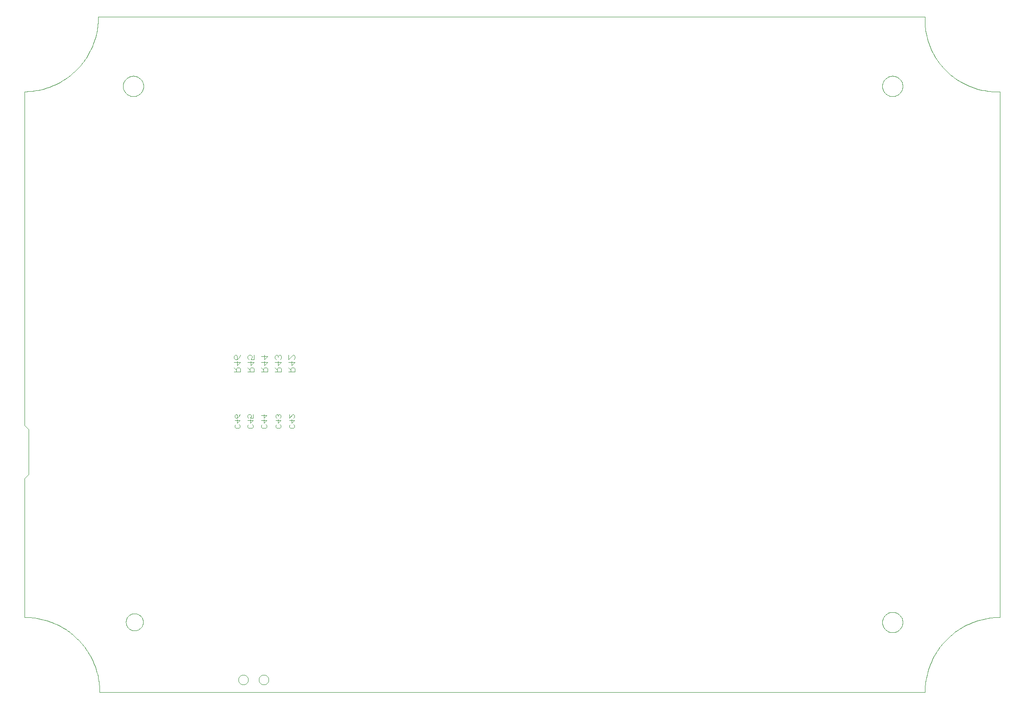
<source format=gbo>
G75*
%MOIN*%
%OFA0B0*%
%FSLAX24Y24*%
%IPPOS*%
%LPD*%
%AMOC8*
5,1,8,0,0,1.08239X$1,22.5*
%
%ADD10C,0.0000*%
%ADD11C,0.0040*%
%ADD12C,0.0030*%
D10*
X007949Y012893D02*
X007947Y013039D01*
X007941Y013186D01*
X007931Y013332D01*
X007918Y013478D01*
X007900Y013623D01*
X007879Y013768D01*
X007854Y013912D01*
X007825Y014056D01*
X007792Y014198D01*
X007755Y014340D01*
X007715Y014481D01*
X007671Y014620D01*
X007623Y014759D01*
X007571Y014896D01*
X007516Y015032D01*
X007457Y015166D01*
X007395Y015298D01*
X007329Y015429D01*
X007260Y015558D01*
X007188Y015685D01*
X007112Y015810D01*
X007032Y015933D01*
X006950Y016054D01*
X006864Y016173D01*
X006775Y016289D01*
X006683Y016403D01*
X006588Y016515D01*
X006490Y016624D01*
X006390Y016730D01*
X006286Y016834D01*
X006180Y016934D01*
X006071Y017032D01*
X005959Y017127D01*
X005845Y017219D01*
X005729Y017308D01*
X005610Y017394D01*
X005489Y017476D01*
X005366Y017556D01*
X005241Y017632D01*
X005114Y017704D01*
X004985Y017773D01*
X004854Y017839D01*
X004722Y017901D01*
X004588Y017960D01*
X004452Y018015D01*
X004315Y018067D01*
X004176Y018115D01*
X004037Y018159D01*
X003896Y018199D01*
X003754Y018236D01*
X003612Y018269D01*
X003468Y018298D01*
X003324Y018323D01*
X003179Y018344D01*
X003034Y018362D01*
X002888Y018375D01*
X002742Y018385D01*
X002595Y018391D01*
X002449Y018393D01*
X002449Y028593D01*
X002749Y028893D01*
X002749Y032193D01*
X002449Y032493D01*
X002428Y056993D01*
X002428Y056994D02*
X002573Y056997D01*
X002718Y057004D01*
X002863Y057015D01*
X003008Y057029D01*
X003152Y057048D01*
X003296Y057070D01*
X003439Y057096D01*
X003581Y057126D01*
X003722Y057160D01*
X003863Y057197D01*
X004002Y057238D01*
X004141Y057283D01*
X004278Y057331D01*
X004413Y057384D01*
X004548Y057439D01*
X004680Y057498D01*
X004811Y057561D01*
X004941Y057628D01*
X005068Y057697D01*
X005194Y057770D01*
X005318Y057847D01*
X005439Y057926D01*
X005559Y058009D01*
X005676Y058095D01*
X005791Y058184D01*
X005903Y058276D01*
X006013Y058371D01*
X006121Y058469D01*
X006225Y058570D01*
X006327Y058674D01*
X006427Y058780D01*
X006523Y058889D01*
X006617Y059000D01*
X006707Y059114D01*
X006794Y059230D01*
X006879Y059348D01*
X006960Y059469D01*
X007038Y059592D01*
X007112Y059716D01*
X007183Y059843D01*
X007251Y059972D01*
X007316Y060102D01*
X007376Y060234D01*
X007434Y060368D01*
X007487Y060503D01*
X007538Y060639D01*
X007584Y060777D01*
X007627Y060916D01*
X007666Y061056D01*
X007701Y061197D01*
X007733Y061339D01*
X007761Y061481D01*
X007785Y061625D01*
X007805Y061769D01*
X007821Y061913D01*
X007834Y062058D01*
X007842Y062203D01*
X007847Y062348D01*
X007848Y062494D01*
X007849Y062493D02*
X068499Y062493D01*
X068499Y062494D02*
X068495Y062350D01*
X068494Y062207D01*
X068498Y062064D01*
X068506Y061921D01*
X068517Y061778D01*
X068533Y061635D01*
X068552Y061493D01*
X068575Y061352D01*
X068602Y061211D01*
X068633Y061071D01*
X068667Y060932D01*
X068705Y060794D01*
X068747Y060657D01*
X068793Y060521D01*
X068842Y060387D01*
X068895Y060254D01*
X068952Y060122D01*
X069012Y059992D01*
X069076Y059864D01*
X069143Y059737D01*
X069213Y059612D01*
X069287Y059489D01*
X069364Y059369D01*
X069445Y059250D01*
X069528Y059134D01*
X069615Y059020D01*
X069705Y058908D01*
X069797Y058799D01*
X069893Y058692D01*
X069992Y058588D01*
X070093Y058487D01*
X070197Y058388D01*
X070304Y058292D01*
X070413Y058200D01*
X070525Y058110D01*
X070639Y058023D01*
X070755Y057940D01*
X070874Y057859D01*
X070994Y057782D01*
X071117Y057708D01*
X071242Y057638D01*
X071369Y057571D01*
X071497Y057507D01*
X071627Y057447D01*
X071759Y057390D01*
X071892Y057337D01*
X072026Y057288D01*
X072162Y057242D01*
X072299Y057200D01*
X072437Y057162D01*
X072576Y057128D01*
X072716Y057097D01*
X072857Y057070D01*
X072998Y057047D01*
X073140Y057028D01*
X073283Y057012D01*
X073426Y057001D01*
X073569Y056993D01*
X073712Y056989D01*
X073855Y056990D01*
X073999Y056994D01*
X073999Y056993D02*
X073999Y018393D01*
X073853Y018391D01*
X073706Y018385D01*
X073560Y018375D01*
X073414Y018362D01*
X073269Y018344D01*
X073124Y018323D01*
X072980Y018298D01*
X072836Y018269D01*
X072694Y018236D01*
X072552Y018199D01*
X072411Y018159D01*
X072272Y018115D01*
X072133Y018067D01*
X071996Y018015D01*
X071860Y017960D01*
X071726Y017901D01*
X071594Y017839D01*
X071463Y017773D01*
X071334Y017704D01*
X071207Y017632D01*
X071082Y017556D01*
X070959Y017476D01*
X070838Y017394D01*
X070719Y017308D01*
X070603Y017219D01*
X070489Y017127D01*
X070377Y017032D01*
X070268Y016934D01*
X070162Y016834D01*
X070058Y016730D01*
X069958Y016624D01*
X069860Y016515D01*
X069765Y016403D01*
X069673Y016289D01*
X069584Y016173D01*
X069498Y016054D01*
X069416Y015933D01*
X069336Y015810D01*
X069260Y015685D01*
X069188Y015558D01*
X069119Y015429D01*
X069053Y015298D01*
X068991Y015166D01*
X068932Y015032D01*
X068877Y014896D01*
X068825Y014759D01*
X068777Y014620D01*
X068733Y014481D01*
X068693Y014340D01*
X068656Y014198D01*
X068623Y014056D01*
X068594Y013912D01*
X068569Y013768D01*
X068548Y013623D01*
X068530Y013478D01*
X068517Y013332D01*
X068507Y013186D01*
X068501Y013039D01*
X068499Y012893D01*
X007949Y012893D01*
X009881Y018037D02*
X009883Y018087D01*
X009889Y018137D01*
X009899Y018186D01*
X009913Y018234D01*
X009930Y018281D01*
X009951Y018326D01*
X009976Y018370D01*
X010004Y018411D01*
X010036Y018450D01*
X010070Y018487D01*
X010107Y018521D01*
X010147Y018551D01*
X010189Y018578D01*
X010233Y018602D01*
X010279Y018623D01*
X010326Y018639D01*
X010374Y018652D01*
X010424Y018661D01*
X010473Y018666D01*
X010524Y018667D01*
X010574Y018664D01*
X010623Y018657D01*
X010672Y018646D01*
X010720Y018631D01*
X010766Y018613D01*
X010811Y018591D01*
X010854Y018565D01*
X010895Y018536D01*
X010934Y018504D01*
X010970Y018469D01*
X011002Y018431D01*
X011032Y018391D01*
X011059Y018348D01*
X011082Y018304D01*
X011101Y018258D01*
X011117Y018210D01*
X011129Y018161D01*
X011137Y018112D01*
X011141Y018062D01*
X011141Y018012D01*
X011137Y017962D01*
X011129Y017913D01*
X011117Y017864D01*
X011101Y017816D01*
X011082Y017770D01*
X011059Y017726D01*
X011032Y017683D01*
X011002Y017643D01*
X010970Y017605D01*
X010934Y017570D01*
X010895Y017538D01*
X010854Y017509D01*
X010811Y017483D01*
X010766Y017461D01*
X010720Y017443D01*
X010672Y017428D01*
X010623Y017417D01*
X010574Y017410D01*
X010524Y017407D01*
X010473Y017408D01*
X010424Y017413D01*
X010374Y017422D01*
X010326Y017435D01*
X010279Y017451D01*
X010233Y017472D01*
X010189Y017496D01*
X010147Y017523D01*
X010107Y017553D01*
X010070Y017587D01*
X010036Y017624D01*
X010004Y017663D01*
X009976Y017704D01*
X009951Y017748D01*
X009930Y017793D01*
X009913Y017840D01*
X009899Y017888D01*
X009889Y017937D01*
X009883Y017987D01*
X009881Y018037D01*
X018137Y013802D02*
X018139Y013839D01*
X018145Y013876D01*
X018154Y013911D01*
X018168Y013946D01*
X018184Y013979D01*
X018205Y014010D01*
X018228Y014039D01*
X018254Y014065D01*
X018283Y014088D01*
X018314Y014109D01*
X018347Y014125D01*
X018382Y014139D01*
X018417Y014148D01*
X018454Y014154D01*
X018491Y014156D01*
X018528Y014154D01*
X018565Y014148D01*
X018600Y014139D01*
X018635Y014125D01*
X018668Y014109D01*
X018699Y014088D01*
X018728Y014065D01*
X018754Y014039D01*
X018777Y014010D01*
X018798Y013979D01*
X018814Y013946D01*
X018828Y013911D01*
X018837Y013876D01*
X018843Y013839D01*
X018845Y013802D01*
X018843Y013765D01*
X018837Y013728D01*
X018828Y013693D01*
X018814Y013658D01*
X018798Y013625D01*
X018777Y013594D01*
X018754Y013565D01*
X018728Y013539D01*
X018699Y013516D01*
X018668Y013495D01*
X018635Y013479D01*
X018600Y013465D01*
X018565Y013456D01*
X018528Y013450D01*
X018491Y013448D01*
X018454Y013450D01*
X018417Y013456D01*
X018382Y013465D01*
X018347Y013479D01*
X018314Y013495D01*
X018283Y013516D01*
X018254Y013539D01*
X018228Y013565D01*
X018205Y013594D01*
X018184Y013625D01*
X018168Y013658D01*
X018154Y013693D01*
X018145Y013728D01*
X018139Y013765D01*
X018137Y013802D01*
X019633Y013802D02*
X019635Y013839D01*
X019641Y013876D01*
X019650Y013911D01*
X019664Y013946D01*
X019680Y013979D01*
X019701Y014010D01*
X019724Y014039D01*
X019750Y014065D01*
X019779Y014088D01*
X019810Y014109D01*
X019843Y014125D01*
X019878Y014139D01*
X019913Y014148D01*
X019950Y014154D01*
X019987Y014156D01*
X020024Y014154D01*
X020061Y014148D01*
X020096Y014139D01*
X020131Y014125D01*
X020164Y014109D01*
X020195Y014088D01*
X020224Y014065D01*
X020250Y014039D01*
X020273Y014010D01*
X020294Y013979D01*
X020310Y013946D01*
X020324Y013911D01*
X020333Y013876D01*
X020339Y013839D01*
X020341Y013802D01*
X020339Y013765D01*
X020333Y013728D01*
X020324Y013693D01*
X020310Y013658D01*
X020294Y013625D01*
X020273Y013594D01*
X020250Y013565D01*
X020224Y013539D01*
X020195Y013516D01*
X020164Y013495D01*
X020131Y013479D01*
X020096Y013465D01*
X020061Y013456D01*
X020024Y013450D01*
X019987Y013448D01*
X019950Y013450D01*
X019913Y013456D01*
X019878Y013465D01*
X019843Y013479D01*
X019810Y013495D01*
X019779Y013516D01*
X019750Y013539D01*
X019724Y013565D01*
X019701Y013594D01*
X019680Y013625D01*
X019664Y013658D01*
X019650Y013693D01*
X019641Y013728D01*
X019635Y013765D01*
X019633Y013802D01*
X065377Y018021D02*
X065379Y018076D01*
X065385Y018130D01*
X065395Y018184D01*
X065409Y018236D01*
X065426Y018288D01*
X065448Y018338D01*
X065473Y018387D01*
X065501Y018434D01*
X065533Y018478D01*
X065568Y018520D01*
X065606Y018559D01*
X065647Y018596D01*
X065690Y018629D01*
X065735Y018659D01*
X065783Y018686D01*
X065832Y018709D01*
X065883Y018729D01*
X065936Y018745D01*
X065989Y018757D01*
X066043Y018765D01*
X066098Y018769D01*
X066152Y018769D01*
X066207Y018765D01*
X066261Y018757D01*
X066314Y018745D01*
X066367Y018729D01*
X066418Y018709D01*
X066467Y018686D01*
X066515Y018659D01*
X066560Y018629D01*
X066603Y018596D01*
X066644Y018559D01*
X066682Y018520D01*
X066717Y018478D01*
X066749Y018434D01*
X066777Y018387D01*
X066802Y018338D01*
X066824Y018288D01*
X066841Y018236D01*
X066855Y018184D01*
X066865Y018130D01*
X066871Y018076D01*
X066873Y018021D01*
X066871Y017966D01*
X066865Y017912D01*
X066855Y017858D01*
X066841Y017806D01*
X066824Y017754D01*
X066802Y017704D01*
X066777Y017655D01*
X066749Y017608D01*
X066717Y017564D01*
X066682Y017522D01*
X066644Y017483D01*
X066603Y017446D01*
X066560Y017413D01*
X066515Y017383D01*
X066467Y017356D01*
X066418Y017333D01*
X066367Y017313D01*
X066314Y017297D01*
X066261Y017285D01*
X066207Y017277D01*
X066152Y017273D01*
X066098Y017273D01*
X066043Y017277D01*
X065989Y017285D01*
X065936Y017297D01*
X065883Y017313D01*
X065832Y017333D01*
X065783Y017356D01*
X065735Y017383D01*
X065690Y017413D01*
X065647Y017446D01*
X065606Y017483D01*
X065568Y017522D01*
X065533Y017564D01*
X065501Y017608D01*
X065473Y017655D01*
X065448Y017704D01*
X065426Y017754D01*
X065409Y017806D01*
X065395Y017858D01*
X065385Y017912D01*
X065379Y017966D01*
X065377Y018021D01*
X065377Y057391D02*
X065379Y057446D01*
X065385Y057500D01*
X065395Y057554D01*
X065409Y057606D01*
X065426Y057658D01*
X065448Y057708D01*
X065473Y057757D01*
X065501Y057804D01*
X065533Y057848D01*
X065568Y057890D01*
X065606Y057929D01*
X065647Y057966D01*
X065690Y057999D01*
X065735Y058029D01*
X065783Y058056D01*
X065832Y058079D01*
X065883Y058099D01*
X065936Y058115D01*
X065989Y058127D01*
X066043Y058135D01*
X066098Y058139D01*
X066152Y058139D01*
X066207Y058135D01*
X066261Y058127D01*
X066314Y058115D01*
X066367Y058099D01*
X066418Y058079D01*
X066467Y058056D01*
X066515Y058029D01*
X066560Y057999D01*
X066603Y057966D01*
X066644Y057929D01*
X066682Y057890D01*
X066717Y057848D01*
X066749Y057804D01*
X066777Y057757D01*
X066802Y057708D01*
X066824Y057658D01*
X066841Y057606D01*
X066855Y057554D01*
X066865Y057500D01*
X066871Y057446D01*
X066873Y057391D01*
X066871Y057336D01*
X066865Y057282D01*
X066855Y057228D01*
X066841Y057176D01*
X066824Y057124D01*
X066802Y057074D01*
X066777Y057025D01*
X066749Y056978D01*
X066717Y056934D01*
X066682Y056892D01*
X066644Y056853D01*
X066603Y056816D01*
X066560Y056783D01*
X066515Y056753D01*
X066467Y056726D01*
X066418Y056703D01*
X066367Y056683D01*
X066314Y056667D01*
X066261Y056655D01*
X066207Y056647D01*
X066152Y056643D01*
X066098Y056643D01*
X066043Y056647D01*
X065989Y056655D01*
X065936Y056667D01*
X065883Y056683D01*
X065832Y056703D01*
X065783Y056726D01*
X065735Y056753D01*
X065690Y056783D01*
X065647Y056816D01*
X065606Y056853D01*
X065568Y056892D01*
X065533Y056934D01*
X065501Y056978D01*
X065473Y057025D01*
X065448Y057074D01*
X065426Y057124D01*
X065409Y057176D01*
X065395Y057228D01*
X065385Y057282D01*
X065379Y057336D01*
X065377Y057391D01*
X009668Y057391D02*
X009670Y057446D01*
X009676Y057500D01*
X009686Y057554D01*
X009700Y057606D01*
X009717Y057658D01*
X009739Y057708D01*
X009764Y057757D01*
X009792Y057804D01*
X009824Y057848D01*
X009859Y057890D01*
X009897Y057929D01*
X009938Y057966D01*
X009981Y057999D01*
X010026Y058029D01*
X010074Y058056D01*
X010123Y058079D01*
X010174Y058099D01*
X010227Y058115D01*
X010280Y058127D01*
X010334Y058135D01*
X010389Y058139D01*
X010443Y058139D01*
X010498Y058135D01*
X010552Y058127D01*
X010605Y058115D01*
X010658Y058099D01*
X010709Y058079D01*
X010758Y058056D01*
X010806Y058029D01*
X010851Y057999D01*
X010894Y057966D01*
X010935Y057929D01*
X010973Y057890D01*
X011008Y057848D01*
X011040Y057804D01*
X011068Y057757D01*
X011093Y057708D01*
X011115Y057658D01*
X011132Y057606D01*
X011146Y057554D01*
X011156Y057500D01*
X011162Y057446D01*
X011164Y057391D01*
X011162Y057336D01*
X011156Y057282D01*
X011146Y057228D01*
X011132Y057176D01*
X011115Y057124D01*
X011093Y057074D01*
X011068Y057025D01*
X011040Y056978D01*
X011008Y056934D01*
X010973Y056892D01*
X010935Y056853D01*
X010894Y056816D01*
X010851Y056783D01*
X010806Y056753D01*
X010758Y056726D01*
X010709Y056703D01*
X010658Y056683D01*
X010605Y056667D01*
X010552Y056655D01*
X010498Y056647D01*
X010443Y056643D01*
X010389Y056643D01*
X010334Y056647D01*
X010280Y056655D01*
X010227Y056667D01*
X010174Y056683D01*
X010123Y056703D01*
X010074Y056726D01*
X010026Y056753D01*
X009981Y056783D01*
X009938Y056816D01*
X009897Y056853D01*
X009859Y056892D01*
X009824Y056934D01*
X009792Y056978D01*
X009764Y057025D01*
X009739Y057074D01*
X009717Y057124D01*
X009700Y057176D01*
X009686Y057228D01*
X009676Y057282D01*
X009670Y057336D01*
X009668Y057391D01*
D11*
X017895Y037641D02*
X017972Y037641D01*
X018049Y037564D01*
X018049Y037334D01*
X017895Y037334D01*
X017819Y037411D01*
X017819Y037564D01*
X017895Y037641D01*
X018202Y037488D02*
X018049Y037334D01*
X018049Y037181D02*
X018049Y036874D01*
X018279Y037104D01*
X017819Y037104D01*
X017819Y036720D02*
X017972Y036567D01*
X017972Y036644D02*
X017972Y036413D01*
X017819Y036413D02*
X018279Y036413D01*
X018279Y036644D01*
X018202Y036720D01*
X018049Y036720D01*
X017972Y036644D01*
X018819Y036720D02*
X018972Y036567D01*
X018972Y036644D02*
X018972Y036413D01*
X018819Y036413D02*
X019279Y036413D01*
X019279Y036644D01*
X019202Y036720D01*
X019049Y036720D01*
X018972Y036644D01*
X019049Y036874D02*
X019049Y037181D01*
X019049Y037334D02*
X019125Y037488D01*
X019125Y037564D01*
X019049Y037641D01*
X018895Y037641D01*
X018819Y037564D01*
X018819Y037411D01*
X018895Y037334D01*
X019049Y037334D02*
X019279Y037334D01*
X019279Y037641D01*
X019279Y037104D02*
X019049Y036874D01*
X018819Y037104D02*
X019279Y037104D01*
X019819Y037104D02*
X020279Y037104D01*
X020049Y036874D01*
X020049Y037181D01*
X020049Y037334D02*
X020049Y037641D01*
X020279Y037564D02*
X020049Y037334D01*
X019819Y037564D02*
X020279Y037564D01*
X020819Y037564D02*
X020819Y037411D01*
X020895Y037334D01*
X021049Y037181D02*
X021049Y036874D01*
X021279Y037104D01*
X020819Y037104D01*
X020819Y036720D02*
X020972Y036567D01*
X020972Y036644D02*
X020972Y036413D01*
X020819Y036413D02*
X021279Y036413D01*
X021279Y036644D01*
X021202Y036720D01*
X021049Y036720D01*
X020972Y036644D01*
X020279Y036644D02*
X020202Y036720D01*
X020049Y036720D01*
X019972Y036644D01*
X019972Y036413D01*
X019819Y036413D02*
X020279Y036413D01*
X020279Y036644D01*
X019972Y036567D02*
X019819Y036720D01*
X020819Y037564D02*
X020895Y037641D01*
X020972Y037641D01*
X021049Y037564D01*
X021049Y037488D01*
X021049Y037564D02*
X021125Y037641D01*
X021202Y037641D01*
X021279Y037564D01*
X021279Y037411D01*
X021202Y037334D01*
X021819Y037334D02*
X022125Y037641D01*
X022202Y037641D01*
X022279Y037564D01*
X022279Y037411D01*
X022202Y037334D01*
X022049Y037181D02*
X022049Y036874D01*
X022279Y037104D01*
X021819Y037104D01*
X021819Y037334D02*
X021819Y037641D01*
X021819Y036720D02*
X021972Y036567D01*
X021972Y036644D02*
X021972Y036413D01*
X021819Y036413D02*
X022279Y036413D01*
X022279Y036644D01*
X022202Y036720D01*
X022049Y036720D01*
X021972Y036644D01*
X018279Y037641D02*
X018202Y037488D01*
D12*
X018239Y033281D02*
X018178Y033157D01*
X018054Y033034D01*
X018054Y033219D01*
X017992Y033281D01*
X017931Y033281D01*
X017869Y033219D01*
X017869Y033095D01*
X017931Y033034D01*
X018054Y033034D01*
X018054Y032912D02*
X018054Y032665D01*
X018239Y032851D01*
X017869Y032851D01*
X017931Y032544D02*
X017869Y032482D01*
X017869Y032359D01*
X017931Y032297D01*
X018178Y032297D01*
X018239Y032359D01*
X018239Y032482D01*
X018178Y032544D01*
X018819Y032482D02*
X018881Y032544D01*
X018819Y032482D02*
X018819Y032359D01*
X018881Y032297D01*
X019128Y032297D01*
X019189Y032359D01*
X019189Y032482D01*
X019128Y032544D01*
X019004Y032665D02*
X019004Y032912D01*
X019004Y033034D02*
X019066Y033157D01*
X019066Y033219D01*
X019004Y033281D01*
X018881Y033281D01*
X018819Y033219D01*
X018819Y033095D01*
X018881Y033034D01*
X019004Y033034D02*
X019189Y033034D01*
X019189Y033281D01*
X019189Y032851D02*
X019004Y032665D01*
X018819Y032851D02*
X019189Y032851D01*
X019819Y032851D02*
X020189Y032851D01*
X020004Y032665D01*
X020004Y032912D01*
X020004Y033034D02*
X020004Y033281D01*
X019819Y033219D02*
X020189Y033219D01*
X020004Y033034D01*
X019881Y032544D02*
X019819Y032482D01*
X019819Y032359D01*
X019881Y032297D01*
X020128Y032297D01*
X020189Y032359D01*
X020189Y032482D01*
X020128Y032544D01*
X020869Y032482D02*
X020931Y032544D01*
X020869Y032482D02*
X020869Y032359D01*
X020931Y032297D01*
X021178Y032297D01*
X021239Y032359D01*
X021239Y032482D01*
X021178Y032544D01*
X021054Y032665D02*
X021239Y032851D01*
X020869Y032851D01*
X020931Y033034D02*
X020869Y033095D01*
X020869Y033219D01*
X020931Y033281D01*
X020992Y033281D01*
X021054Y033219D01*
X021054Y033157D01*
X021054Y033219D02*
X021116Y033281D01*
X021178Y033281D01*
X021239Y033219D01*
X021239Y033095D01*
X021178Y033034D01*
X021054Y032912D02*
X021054Y032665D01*
X021869Y032482D02*
X021931Y032544D01*
X021869Y032482D02*
X021869Y032359D01*
X021931Y032297D01*
X022178Y032297D01*
X022239Y032359D01*
X022239Y032482D01*
X022178Y032544D01*
X022054Y032665D02*
X022054Y032912D01*
X022178Y033034D02*
X022239Y033095D01*
X022239Y033219D01*
X022178Y033281D01*
X022116Y033281D01*
X021869Y033034D01*
X021869Y033281D01*
X021869Y032851D02*
X022239Y032851D01*
X022054Y032665D01*
M02*

</source>
